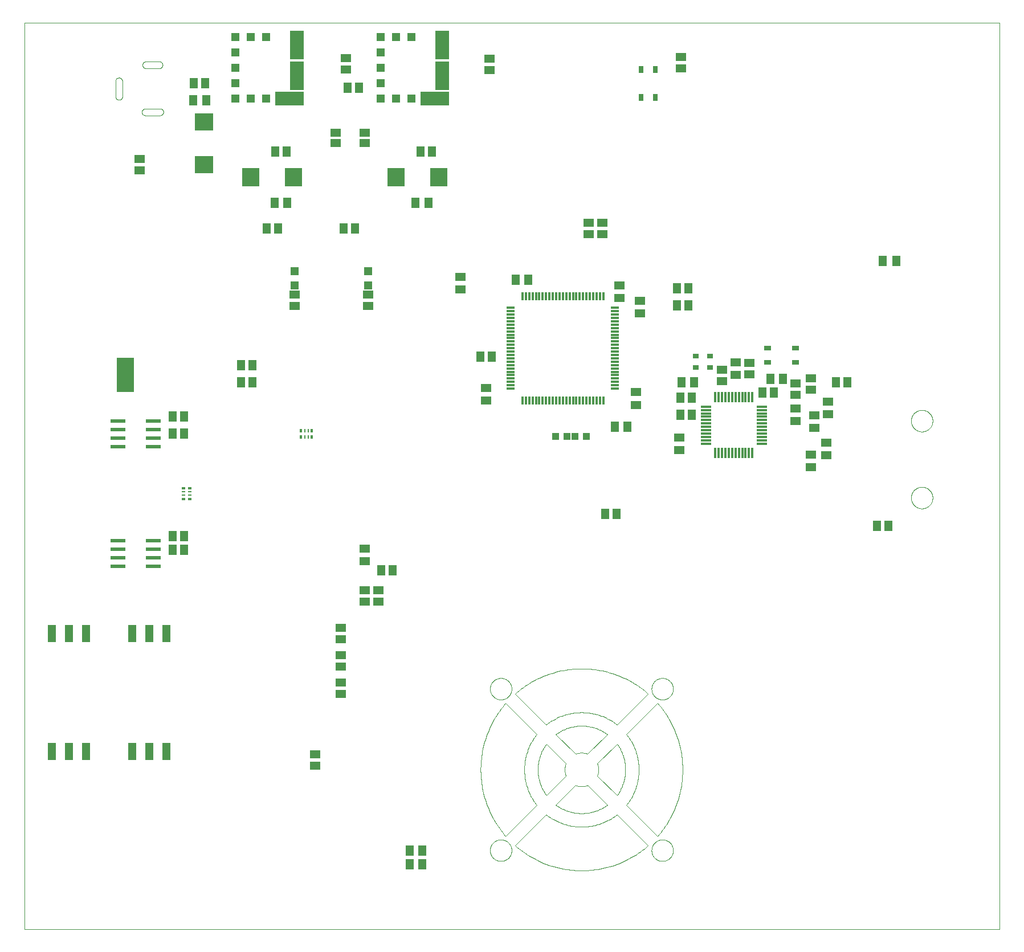
<source format=gtp>
G04 EAGLE Gerber X2 export*
%TF.Part,Single*%
%TF.FileFunction,Other,Solder paste top*%
%TF.FilePolarity,Positive*%
%TF.GenerationSoftware,Autodesk,EAGLE,9.4.0*%
%TF.CreationDate,2019-06-23T03:26:36Z*%
G75*
%MOMM*%
%FSLAX34Y34*%
%LPD*%
%INSolder paste top*%
%AMOC8*
5,1,8,0,0,1.08239X$1,22.5*%
G01*
%ADD10C,0.000000*%
%ADD11C,0.001000*%
%ADD12R,2.550000X2.700000*%
%ADD13R,1.300000X1.500000*%
%ADD14R,1.270000X1.270000*%
%ADD15R,2.030000X4.320000*%
%ADD16R,4.320000X2.030000*%
%ADD17R,2.700000X2.550000*%
%ADD18R,1.500000X1.300000*%
%ADD19R,1.100000X1.000000*%
%ADD20R,0.500000X0.380000*%
%ADD21R,0.500000X0.250000*%
%ADD22R,2.540000X5.080000*%
%ADD23R,0.300000X1.200000*%
%ADD24R,1.200000X0.300000*%
%ADD25R,0.300000X1.500000*%
%ADD26R,1.500000X0.300000*%
%ADD27R,0.380000X0.500000*%
%ADD28R,0.250000X0.500000*%
%ADD29R,0.650000X1.050000*%
%ADD30R,1.050000X0.650000*%
%ADD31R,2.200000X0.600000*%
%ADD32R,0.900000X0.650000*%
%ADD33R,1.200000X1.500000*%
%ADD34R,1.200000X1.200000*%
%ADD35R,1.270000X2.540000*%
%ADD36R,1.600200X1.168400*%


D10*
X0Y0D02*
X1449200Y0D01*
X1449200Y1347600D01*
X0Y1347600D01*
X0Y0D01*
D11*
X714999Y138591D02*
X761142Y184734D01*
X761143Y184735D02*
X759885Y186370D01*
X758668Y188036D01*
X757492Y189731D01*
X756357Y191454D01*
X755264Y193203D01*
X754214Y194979D01*
X753207Y196780D01*
X752245Y198605D01*
X751326Y200452D01*
X750454Y202322D01*
X749626Y204211D01*
X748845Y206121D01*
X748110Y208049D01*
X747423Y209994D01*
X746782Y211955D01*
X746190Y213931D01*
X745646Y215921D01*
X745150Y217924D01*
X744703Y219938D01*
X744305Y221962D01*
X743956Y223995D01*
X743656Y226037D01*
X743407Y228084D01*
X743207Y230138D01*
X743056Y232195D01*
X742956Y234256D01*
X742906Y236318D01*
X742906Y238382D01*
X742956Y240444D01*
X743056Y242505D01*
X743207Y244562D01*
X743407Y246616D01*
X743656Y248663D01*
X743956Y250705D01*
X744305Y252738D01*
X744703Y254762D01*
X745150Y256776D01*
X745646Y258779D01*
X746190Y260769D01*
X746782Y262745D01*
X747423Y264706D01*
X748110Y266651D01*
X748845Y268579D01*
X749626Y270489D01*
X750454Y272378D01*
X751326Y274248D01*
X752245Y276095D01*
X753207Y277920D01*
X754214Y279721D01*
X755264Y281497D01*
X756357Y283246D01*
X757492Y284969D01*
X758668Y286664D01*
X759885Y288330D01*
X761143Y289965D01*
X761142Y289966D02*
X714999Y336109D01*
X712627Y333329D01*
X710324Y330493D01*
X708090Y327601D01*
X705927Y324655D01*
X703837Y321658D01*
X701820Y318611D01*
X699878Y315516D01*
X698012Y312374D01*
X696223Y309187D01*
X694512Y305958D01*
X692881Y302689D01*
X691329Y299380D01*
X689859Y296035D01*
X688470Y292655D01*
X687164Y289242D01*
X685942Y285798D01*
X684804Y282326D01*
X683751Y278827D01*
X682784Y275303D01*
X681902Y271756D01*
X681107Y268190D01*
X680400Y264605D01*
X679780Y261004D01*
X679247Y257388D01*
X678803Y253761D01*
X678448Y250124D01*
X678181Y246480D01*
X678003Y242830D01*
X677914Y239177D01*
X677914Y235523D01*
X678003Y231870D01*
X678181Y228220D01*
X678448Y224576D01*
X678803Y220939D01*
X679247Y217312D01*
X679780Y213696D01*
X680400Y210095D01*
X681107Y206510D01*
X681902Y202944D01*
X682784Y199397D01*
X683751Y195873D01*
X684804Y192374D01*
X685942Y188902D01*
X687164Y185458D01*
X688470Y182045D01*
X689859Y178665D01*
X691329Y175320D01*
X692881Y172011D01*
X694512Y168742D01*
X696223Y165513D01*
X698012Y162326D01*
X699878Y159184D01*
X701820Y156089D01*
X703837Y153042D01*
X705927Y150045D01*
X708090Y147099D01*
X710324Y144207D01*
X712627Y141371D01*
X714999Y138591D01*
X880516Y304108D02*
X926659Y350251D01*
X880515Y304107D02*
X878880Y305365D01*
X877214Y306582D01*
X875519Y307758D01*
X873796Y308893D01*
X872047Y309986D01*
X870271Y311036D01*
X868470Y312043D01*
X866645Y313005D01*
X864798Y313924D01*
X862928Y314796D01*
X861039Y315624D01*
X859129Y316405D01*
X857201Y317140D01*
X855256Y317827D01*
X853295Y318468D01*
X851319Y319060D01*
X849329Y319604D01*
X847326Y320100D01*
X845312Y320547D01*
X843288Y320945D01*
X841255Y321294D01*
X839213Y321594D01*
X837166Y321843D01*
X835112Y322043D01*
X833055Y322194D01*
X830994Y322294D01*
X828932Y322344D01*
X826868Y322344D01*
X824806Y322294D01*
X822745Y322194D01*
X820688Y322043D01*
X818634Y321843D01*
X816587Y321594D01*
X814545Y321294D01*
X812512Y320945D01*
X810488Y320547D01*
X808474Y320100D01*
X806471Y319604D01*
X804481Y319060D01*
X802505Y318468D01*
X800544Y317827D01*
X798599Y317140D01*
X796671Y316405D01*
X794761Y315624D01*
X792872Y314796D01*
X791002Y313924D01*
X789155Y313005D01*
X787330Y312043D01*
X785529Y311036D01*
X783753Y309986D01*
X782004Y308893D01*
X780281Y307758D01*
X778586Y306582D01*
X776920Y305365D01*
X775285Y304107D01*
X775284Y304108D02*
X729141Y350251D01*
X731921Y352623D01*
X734757Y354926D01*
X737649Y357160D01*
X740595Y359323D01*
X743592Y361413D01*
X746639Y363430D01*
X749734Y365372D01*
X752876Y367238D01*
X756063Y369027D01*
X759292Y370738D01*
X762561Y372369D01*
X765870Y373921D01*
X769215Y375391D01*
X772595Y376780D01*
X776008Y378086D01*
X779452Y379308D01*
X782924Y380446D01*
X786423Y381499D01*
X789947Y382466D01*
X793494Y383348D01*
X797060Y384143D01*
X800645Y384850D01*
X804246Y385470D01*
X807862Y386003D01*
X811489Y386447D01*
X815126Y386802D01*
X818770Y387069D01*
X822420Y387247D01*
X826073Y387336D01*
X829727Y387336D01*
X833380Y387247D01*
X837030Y387069D01*
X840674Y386802D01*
X844311Y386447D01*
X847938Y386003D01*
X851554Y385470D01*
X855155Y384850D01*
X858740Y384143D01*
X862306Y383348D01*
X865853Y382466D01*
X869377Y381499D01*
X872876Y380446D01*
X876348Y379308D01*
X879792Y378086D01*
X883205Y376780D01*
X886585Y375391D01*
X889930Y373921D01*
X893239Y372369D01*
X896508Y370738D01*
X899737Y369027D01*
X902924Y367238D01*
X906066Y365372D01*
X909161Y363430D01*
X912208Y361413D01*
X915205Y359323D01*
X918151Y357160D01*
X921043Y354926D01*
X923879Y352623D01*
X926659Y350251D01*
X880516Y170592D02*
X926659Y124449D01*
X880515Y170593D02*
X878880Y169335D01*
X877214Y168118D01*
X875519Y166942D01*
X873796Y165807D01*
X872047Y164714D01*
X870271Y163664D01*
X868470Y162657D01*
X866645Y161695D01*
X864798Y160776D01*
X862928Y159904D01*
X861039Y159076D01*
X859129Y158295D01*
X857201Y157560D01*
X855256Y156873D01*
X853295Y156232D01*
X851319Y155640D01*
X849329Y155096D01*
X847326Y154600D01*
X845312Y154153D01*
X843288Y153755D01*
X841255Y153406D01*
X839213Y153106D01*
X837166Y152857D01*
X835112Y152657D01*
X833055Y152506D01*
X830994Y152406D01*
X828932Y152356D01*
X826868Y152356D01*
X824806Y152406D01*
X822745Y152506D01*
X820688Y152657D01*
X818634Y152857D01*
X816587Y153106D01*
X814545Y153406D01*
X812512Y153755D01*
X810488Y154153D01*
X808474Y154600D01*
X806471Y155096D01*
X804481Y155640D01*
X802505Y156232D01*
X800544Y156873D01*
X798599Y157560D01*
X796671Y158295D01*
X794761Y159076D01*
X792872Y159904D01*
X791002Y160776D01*
X789155Y161695D01*
X787330Y162657D01*
X785529Y163664D01*
X783753Y164714D01*
X782004Y165807D01*
X780281Y166942D01*
X778586Y168118D01*
X776920Y169335D01*
X775285Y170593D01*
X775284Y170592D02*
X729141Y124449D01*
X731921Y122077D01*
X734757Y119774D01*
X737649Y117540D01*
X740595Y115377D01*
X743592Y113287D01*
X746639Y111270D01*
X749734Y109328D01*
X752876Y107462D01*
X756063Y105673D01*
X759292Y103962D01*
X762561Y102331D01*
X765870Y100779D01*
X769215Y99309D01*
X772595Y97920D01*
X776008Y96614D01*
X779452Y95392D01*
X782924Y94254D01*
X786423Y93201D01*
X789947Y92234D01*
X793494Y91352D01*
X797060Y90557D01*
X800645Y89850D01*
X804246Y89230D01*
X807862Y88697D01*
X811489Y88253D01*
X815126Y87898D01*
X818770Y87631D01*
X822420Y87453D01*
X826073Y87364D01*
X829727Y87364D01*
X833380Y87453D01*
X837030Y87631D01*
X840674Y87898D01*
X844311Y88253D01*
X847938Y88697D01*
X851554Y89230D01*
X855155Y89850D01*
X858740Y90557D01*
X862306Y91352D01*
X865853Y92234D01*
X869377Y93201D01*
X872876Y94254D01*
X876348Y95392D01*
X879792Y96614D01*
X883205Y97920D01*
X886585Y99309D01*
X889930Y100779D01*
X893239Y102331D01*
X896508Y103962D01*
X899737Y105673D01*
X902924Y107462D01*
X906066Y109328D01*
X909161Y111270D01*
X912208Y113287D01*
X915205Y115377D01*
X918151Y117540D01*
X921043Y119774D01*
X923879Y122077D01*
X926659Y124449D01*
X894657Y184735D02*
X895915Y186370D01*
X897132Y188036D01*
X898308Y189731D01*
X899443Y191454D01*
X900536Y193203D01*
X901586Y194979D01*
X902593Y196780D01*
X903555Y198605D01*
X904474Y200452D01*
X905346Y202322D01*
X906174Y204211D01*
X906955Y206121D01*
X907690Y208049D01*
X908377Y209994D01*
X909018Y211955D01*
X909610Y213931D01*
X910154Y215921D01*
X910650Y217924D01*
X911097Y219938D01*
X911495Y221962D01*
X911844Y223995D01*
X912144Y226037D01*
X912393Y228084D01*
X912593Y230138D01*
X912744Y232195D01*
X912844Y234256D01*
X912894Y236318D01*
X912894Y238382D01*
X912844Y240444D01*
X912744Y242505D01*
X912593Y244562D01*
X912393Y246616D01*
X912144Y248663D01*
X911844Y250705D01*
X911495Y252738D01*
X911097Y254762D01*
X910650Y256776D01*
X910154Y258779D01*
X909610Y260769D01*
X909018Y262745D01*
X908377Y264706D01*
X907690Y266651D01*
X906955Y268579D01*
X906174Y270489D01*
X905346Y272378D01*
X904474Y274248D01*
X903555Y276095D01*
X902593Y277920D01*
X901586Y279721D01*
X900536Y281497D01*
X899443Y283246D01*
X898308Y284969D01*
X897132Y286664D01*
X895915Y288330D01*
X894657Y289965D01*
X894658Y184734D02*
X940801Y138591D01*
X943173Y141371D01*
X945476Y144207D01*
X947710Y147099D01*
X949873Y150045D01*
X951963Y153042D01*
X953980Y156089D01*
X955922Y159184D01*
X957788Y162326D01*
X959577Y165513D01*
X961288Y168742D01*
X962919Y172011D01*
X964471Y175320D01*
X965941Y178665D01*
X967330Y182045D01*
X968636Y185458D01*
X969858Y188902D01*
X970996Y192374D01*
X972049Y195873D01*
X973016Y199397D01*
X973898Y202944D01*
X974693Y206510D01*
X975400Y210095D01*
X976020Y213696D01*
X976553Y217312D01*
X976997Y220939D01*
X977352Y224576D01*
X977619Y228220D01*
X977797Y231870D01*
X977886Y235523D01*
X977886Y239177D01*
X977797Y242830D01*
X977619Y246480D01*
X977352Y250124D01*
X976997Y253761D01*
X976553Y257388D01*
X976020Y261004D01*
X975400Y264605D01*
X974693Y268190D01*
X973898Y271756D01*
X973016Y275303D01*
X972049Y278827D01*
X970996Y282326D01*
X969858Y285798D01*
X968636Y289242D01*
X967330Y292655D01*
X965941Y296035D01*
X964471Y299380D01*
X962919Y302689D01*
X961288Y305958D01*
X959577Y309187D01*
X957788Y312374D01*
X955922Y315516D01*
X953980Y318611D01*
X951963Y321658D01*
X949873Y324655D01*
X947710Y327601D01*
X945476Y330493D01*
X943173Y333329D01*
X940801Y336109D01*
X894658Y289966D01*
X880386Y275694D02*
X881301Y274409D01*
X882184Y273102D01*
X883036Y271774D01*
X883855Y270426D01*
X884641Y269059D01*
X885394Y267673D01*
X886113Y266269D01*
X886797Y264848D01*
X887447Y263411D01*
X888062Y261958D01*
X888641Y260491D01*
X889185Y259010D01*
X889692Y257517D01*
X890163Y256012D01*
X890598Y254495D01*
X890996Y252969D01*
X891356Y251433D01*
X891679Y249890D01*
X891964Y248338D01*
X892212Y246781D01*
X892422Y245217D01*
X892594Y243649D01*
X892728Y242078D01*
X892823Y240503D01*
X892881Y238927D01*
X892900Y237350D01*
X892881Y235773D01*
X892823Y234197D01*
X892728Y232622D01*
X892594Y231051D01*
X892422Y229483D01*
X892212Y227919D01*
X891964Y226362D01*
X891679Y224810D01*
X891356Y223267D01*
X890996Y221731D01*
X890598Y220205D01*
X890163Y218688D01*
X889692Y217183D01*
X889185Y215690D01*
X888641Y214209D01*
X888062Y212742D01*
X887447Y211289D01*
X886797Y209852D01*
X886113Y208431D01*
X885394Y207027D01*
X884641Y205641D01*
X883855Y204274D01*
X883036Y202926D01*
X882184Y201598D01*
X881301Y200291D01*
X880386Y199006D01*
X851173Y228219D01*
X851387Y228783D01*
X851586Y229352D01*
X851772Y229926D01*
X851944Y230504D01*
X852102Y231086D01*
X852247Y231671D01*
X852376Y232260D01*
X852492Y232852D01*
X852593Y233446D01*
X852680Y234043D01*
X852753Y234642D01*
X852811Y235242D01*
X852855Y235843D01*
X852884Y236446D01*
X852898Y237048D01*
X852898Y237652D01*
X852884Y238254D01*
X852855Y238857D01*
X852811Y239458D01*
X852753Y240058D01*
X852680Y240657D01*
X852593Y241254D01*
X852492Y241848D01*
X852376Y242440D01*
X852247Y243029D01*
X852102Y243614D01*
X851944Y244196D01*
X851772Y244774D01*
X851586Y245348D01*
X851387Y245917D01*
X851173Y246481D01*
X880386Y275694D01*
X866244Y289836D02*
X864959Y290751D01*
X863652Y291634D01*
X862324Y292486D01*
X860976Y293305D01*
X859609Y294091D01*
X858223Y294844D01*
X856819Y295563D01*
X855398Y296247D01*
X853961Y296897D01*
X852508Y297512D01*
X851041Y298091D01*
X849560Y298635D01*
X848067Y299142D01*
X846562Y299613D01*
X845045Y300048D01*
X843519Y300446D01*
X841983Y300806D01*
X840440Y301129D01*
X838888Y301414D01*
X837331Y301662D01*
X835767Y301872D01*
X834199Y302044D01*
X832628Y302178D01*
X831053Y302273D01*
X829477Y302331D01*
X827900Y302350D01*
X826323Y302331D01*
X824747Y302273D01*
X823172Y302178D01*
X821601Y302044D01*
X820033Y301872D01*
X818469Y301662D01*
X816912Y301414D01*
X815360Y301129D01*
X813817Y300806D01*
X812281Y300446D01*
X810755Y300048D01*
X809238Y299613D01*
X807733Y299142D01*
X806240Y298635D01*
X804759Y298091D01*
X803292Y297512D01*
X801839Y296897D01*
X800402Y296247D01*
X798981Y295563D01*
X797577Y294844D01*
X796191Y294091D01*
X794824Y293305D01*
X793476Y292486D01*
X792148Y291634D01*
X790841Y290751D01*
X789556Y289836D01*
X818769Y260623D01*
X819333Y260837D01*
X819902Y261036D01*
X820476Y261222D01*
X821054Y261394D01*
X821636Y261552D01*
X822221Y261697D01*
X822810Y261826D01*
X823402Y261942D01*
X823996Y262043D01*
X824593Y262130D01*
X825192Y262203D01*
X825792Y262261D01*
X826393Y262305D01*
X826996Y262334D01*
X827598Y262348D01*
X828202Y262348D01*
X828804Y262334D01*
X829407Y262305D01*
X830008Y262261D01*
X830608Y262203D01*
X831207Y262130D01*
X831804Y262043D01*
X832398Y261942D01*
X832990Y261826D01*
X833579Y261697D01*
X834164Y261552D01*
X834746Y261394D01*
X835324Y261222D01*
X835898Y261036D01*
X836467Y260837D01*
X837031Y260623D01*
X866244Y289836D01*
X837031Y214077D02*
X836467Y213863D01*
X835898Y213664D01*
X835324Y213478D01*
X834746Y213306D01*
X834164Y213148D01*
X833579Y213003D01*
X832990Y212874D01*
X832398Y212758D01*
X831804Y212657D01*
X831207Y212570D01*
X830608Y212497D01*
X830008Y212439D01*
X829407Y212395D01*
X828804Y212366D01*
X828202Y212352D01*
X827598Y212352D01*
X826996Y212366D01*
X826393Y212395D01*
X825792Y212439D01*
X825192Y212497D01*
X824593Y212570D01*
X823996Y212657D01*
X823402Y212758D01*
X822810Y212874D01*
X822221Y213003D01*
X821636Y213148D01*
X821054Y213306D01*
X820476Y213478D01*
X819902Y213664D01*
X819333Y213863D01*
X818769Y214077D01*
X837031Y214077D02*
X866244Y184864D01*
X864959Y183949D01*
X863652Y183066D01*
X862324Y182214D01*
X860976Y181395D01*
X859609Y180609D01*
X858223Y179856D01*
X856819Y179137D01*
X855398Y178453D01*
X853961Y177803D01*
X852508Y177188D01*
X851041Y176609D01*
X849560Y176065D01*
X848067Y175558D01*
X846562Y175087D01*
X845045Y174652D01*
X843519Y174254D01*
X841983Y173894D01*
X840440Y173571D01*
X838888Y173286D01*
X837331Y173038D01*
X835767Y172828D01*
X834199Y172656D01*
X832628Y172522D01*
X831053Y172427D01*
X829477Y172369D01*
X827900Y172350D01*
X826323Y172369D01*
X824747Y172427D01*
X823172Y172522D01*
X821601Y172656D01*
X820033Y172828D01*
X818469Y173038D01*
X816912Y173286D01*
X815360Y173571D01*
X813817Y173894D01*
X812281Y174254D01*
X810755Y174652D01*
X809238Y175087D01*
X807733Y175558D01*
X806240Y176065D01*
X804759Y176609D01*
X803292Y177188D01*
X801839Y177803D01*
X800402Y178453D01*
X798981Y179137D01*
X797577Y179856D01*
X796191Y180609D01*
X794824Y181395D01*
X793476Y182214D01*
X792148Y183066D01*
X790841Y183949D01*
X789556Y184864D01*
X818769Y214077D01*
X804627Y228219D02*
X804413Y228783D01*
X804214Y229352D01*
X804028Y229926D01*
X803856Y230504D01*
X803698Y231086D01*
X803553Y231671D01*
X803424Y232260D01*
X803308Y232852D01*
X803207Y233446D01*
X803120Y234043D01*
X803047Y234642D01*
X802989Y235242D01*
X802945Y235843D01*
X802916Y236446D01*
X802902Y237048D01*
X802902Y237652D01*
X802916Y238254D01*
X802945Y238857D01*
X802989Y239458D01*
X803047Y240058D01*
X803120Y240657D01*
X803207Y241254D01*
X803308Y241848D01*
X803424Y242440D01*
X803553Y243029D01*
X803698Y243614D01*
X803856Y244196D01*
X804028Y244774D01*
X804214Y245348D01*
X804413Y245917D01*
X804627Y246481D01*
X775414Y275694D01*
X774499Y274409D01*
X773616Y273102D01*
X772764Y271774D01*
X771945Y270426D01*
X771159Y269059D01*
X770406Y267673D01*
X769687Y266269D01*
X769003Y264848D01*
X768353Y263411D01*
X767738Y261958D01*
X767159Y260491D01*
X766615Y259010D01*
X766108Y257517D01*
X765637Y256012D01*
X765202Y254495D01*
X764804Y252969D01*
X764444Y251433D01*
X764121Y249890D01*
X763836Y248338D01*
X763588Y246781D01*
X763378Y245217D01*
X763206Y243649D01*
X763072Y242078D01*
X762977Y240503D01*
X762919Y238927D01*
X762900Y237350D01*
X762919Y235773D01*
X762977Y234197D01*
X763072Y232622D01*
X763206Y231051D01*
X763378Y229483D01*
X763588Y227919D01*
X763836Y226362D01*
X764121Y224810D01*
X764444Y223267D01*
X764804Y221731D01*
X765202Y220205D01*
X765637Y218688D01*
X766108Y217183D01*
X766615Y215690D01*
X767159Y214209D01*
X767738Y212742D01*
X768353Y211289D01*
X769003Y209852D01*
X769687Y208431D01*
X770406Y207027D01*
X771159Y205641D01*
X771945Y204274D01*
X772764Y202926D01*
X773616Y201598D01*
X774499Y200291D01*
X775414Y199006D01*
X804627Y228219D01*
X691900Y117350D02*
X691905Y117743D01*
X691919Y118135D01*
X691943Y118527D01*
X691977Y118918D01*
X692020Y119309D01*
X692073Y119698D01*
X692136Y120085D01*
X692207Y120471D01*
X692289Y120856D01*
X692379Y121238D01*
X692480Y121617D01*
X692589Y121995D01*
X692708Y122369D01*
X692835Y122740D01*
X692972Y123108D01*
X693118Y123473D01*
X693273Y123834D01*
X693436Y124191D01*
X693608Y124544D01*
X693789Y124892D01*
X693979Y125236D01*
X694176Y125576D01*
X694382Y125910D01*
X694596Y126239D01*
X694819Y126563D01*
X695049Y126881D01*
X695286Y127194D01*
X695532Y127500D01*
X695785Y127801D01*
X696045Y128095D01*
X696312Y128383D01*
X696586Y128664D01*
X696867Y128938D01*
X697155Y129205D01*
X697449Y129465D01*
X697750Y129718D01*
X698056Y129964D01*
X698369Y130201D01*
X698687Y130431D01*
X699011Y130654D01*
X699340Y130868D01*
X699674Y131074D01*
X700014Y131271D01*
X700358Y131461D01*
X700706Y131642D01*
X701059Y131814D01*
X701416Y131977D01*
X701777Y132132D01*
X702142Y132278D01*
X702510Y132415D01*
X702881Y132542D01*
X703255Y132661D01*
X703633Y132770D01*
X704012Y132871D01*
X704394Y132961D01*
X704779Y133043D01*
X705165Y133114D01*
X705552Y133177D01*
X705941Y133230D01*
X706332Y133273D01*
X706723Y133307D01*
X707115Y133331D01*
X707507Y133345D01*
X707900Y133350D01*
X708293Y133345D01*
X708685Y133331D01*
X709077Y133307D01*
X709468Y133273D01*
X709859Y133230D01*
X710248Y133177D01*
X710635Y133114D01*
X711021Y133043D01*
X711406Y132961D01*
X711788Y132871D01*
X712167Y132770D01*
X712545Y132661D01*
X712919Y132542D01*
X713290Y132415D01*
X713658Y132278D01*
X714023Y132132D01*
X714384Y131977D01*
X714741Y131814D01*
X715094Y131642D01*
X715442Y131461D01*
X715786Y131271D01*
X716126Y131074D01*
X716460Y130868D01*
X716789Y130654D01*
X717113Y130431D01*
X717431Y130201D01*
X717744Y129964D01*
X718050Y129718D01*
X718351Y129465D01*
X718645Y129205D01*
X718933Y128938D01*
X719214Y128664D01*
X719488Y128383D01*
X719755Y128095D01*
X720015Y127801D01*
X720268Y127500D01*
X720514Y127194D01*
X720751Y126881D01*
X720981Y126563D01*
X721204Y126239D01*
X721418Y125910D01*
X721624Y125576D01*
X721821Y125236D01*
X722011Y124892D01*
X722192Y124544D01*
X722364Y124191D01*
X722527Y123834D01*
X722682Y123473D01*
X722828Y123108D01*
X722965Y122740D01*
X723092Y122369D01*
X723211Y121995D01*
X723320Y121617D01*
X723421Y121238D01*
X723511Y120856D01*
X723593Y120471D01*
X723664Y120085D01*
X723727Y119698D01*
X723780Y119309D01*
X723823Y118918D01*
X723857Y118527D01*
X723881Y118135D01*
X723895Y117743D01*
X723900Y117350D01*
X723895Y116957D01*
X723881Y116565D01*
X723857Y116173D01*
X723823Y115782D01*
X723780Y115391D01*
X723727Y115002D01*
X723664Y114615D01*
X723593Y114229D01*
X723511Y113844D01*
X723421Y113462D01*
X723320Y113083D01*
X723211Y112705D01*
X723092Y112331D01*
X722965Y111960D01*
X722828Y111592D01*
X722682Y111227D01*
X722527Y110866D01*
X722364Y110509D01*
X722192Y110156D01*
X722011Y109808D01*
X721821Y109464D01*
X721624Y109124D01*
X721418Y108790D01*
X721204Y108461D01*
X720981Y108137D01*
X720751Y107819D01*
X720514Y107506D01*
X720268Y107200D01*
X720015Y106899D01*
X719755Y106605D01*
X719488Y106317D01*
X719214Y106036D01*
X718933Y105762D01*
X718645Y105495D01*
X718351Y105235D01*
X718050Y104982D01*
X717744Y104736D01*
X717431Y104499D01*
X717113Y104269D01*
X716789Y104046D01*
X716460Y103832D01*
X716126Y103626D01*
X715786Y103429D01*
X715442Y103239D01*
X715094Y103058D01*
X714741Y102886D01*
X714384Y102723D01*
X714023Y102568D01*
X713658Y102422D01*
X713290Y102285D01*
X712919Y102158D01*
X712545Y102039D01*
X712167Y101930D01*
X711788Y101829D01*
X711406Y101739D01*
X711021Y101657D01*
X710635Y101586D01*
X710248Y101523D01*
X709859Y101470D01*
X709468Y101427D01*
X709077Y101393D01*
X708685Y101369D01*
X708293Y101355D01*
X707900Y101350D01*
X707507Y101355D01*
X707115Y101369D01*
X706723Y101393D01*
X706332Y101427D01*
X705941Y101470D01*
X705552Y101523D01*
X705165Y101586D01*
X704779Y101657D01*
X704394Y101739D01*
X704012Y101829D01*
X703633Y101930D01*
X703255Y102039D01*
X702881Y102158D01*
X702510Y102285D01*
X702142Y102422D01*
X701777Y102568D01*
X701416Y102723D01*
X701059Y102886D01*
X700706Y103058D01*
X700358Y103239D01*
X700014Y103429D01*
X699674Y103626D01*
X699340Y103832D01*
X699011Y104046D01*
X698687Y104269D01*
X698369Y104499D01*
X698056Y104736D01*
X697750Y104982D01*
X697449Y105235D01*
X697155Y105495D01*
X696867Y105762D01*
X696586Y106036D01*
X696312Y106317D01*
X696045Y106605D01*
X695785Y106899D01*
X695532Y107200D01*
X695286Y107506D01*
X695049Y107819D01*
X694819Y108137D01*
X694596Y108461D01*
X694382Y108790D01*
X694176Y109124D01*
X693979Y109464D01*
X693789Y109808D01*
X693608Y110156D01*
X693436Y110509D01*
X693273Y110866D01*
X693118Y111227D01*
X692972Y111592D01*
X692835Y111960D01*
X692708Y112331D01*
X692589Y112705D01*
X692480Y113083D01*
X692379Y113462D01*
X692289Y113844D01*
X692207Y114229D01*
X692136Y114615D01*
X692073Y115002D01*
X692020Y115391D01*
X691977Y115782D01*
X691943Y116173D01*
X691919Y116565D01*
X691905Y116957D01*
X691900Y117350D01*
X691900Y357350D02*
X691905Y357743D01*
X691919Y358135D01*
X691943Y358527D01*
X691977Y358918D01*
X692020Y359309D01*
X692073Y359698D01*
X692136Y360085D01*
X692207Y360471D01*
X692289Y360856D01*
X692379Y361238D01*
X692480Y361617D01*
X692589Y361995D01*
X692708Y362369D01*
X692835Y362740D01*
X692972Y363108D01*
X693118Y363473D01*
X693273Y363834D01*
X693436Y364191D01*
X693608Y364544D01*
X693789Y364892D01*
X693979Y365236D01*
X694176Y365576D01*
X694382Y365910D01*
X694596Y366239D01*
X694819Y366563D01*
X695049Y366881D01*
X695286Y367194D01*
X695532Y367500D01*
X695785Y367801D01*
X696045Y368095D01*
X696312Y368383D01*
X696586Y368664D01*
X696867Y368938D01*
X697155Y369205D01*
X697449Y369465D01*
X697750Y369718D01*
X698056Y369964D01*
X698369Y370201D01*
X698687Y370431D01*
X699011Y370654D01*
X699340Y370868D01*
X699674Y371074D01*
X700014Y371271D01*
X700358Y371461D01*
X700706Y371642D01*
X701059Y371814D01*
X701416Y371977D01*
X701777Y372132D01*
X702142Y372278D01*
X702510Y372415D01*
X702881Y372542D01*
X703255Y372661D01*
X703633Y372770D01*
X704012Y372871D01*
X704394Y372961D01*
X704779Y373043D01*
X705165Y373114D01*
X705552Y373177D01*
X705941Y373230D01*
X706332Y373273D01*
X706723Y373307D01*
X707115Y373331D01*
X707507Y373345D01*
X707900Y373350D01*
X708293Y373345D01*
X708685Y373331D01*
X709077Y373307D01*
X709468Y373273D01*
X709859Y373230D01*
X710248Y373177D01*
X710635Y373114D01*
X711021Y373043D01*
X711406Y372961D01*
X711788Y372871D01*
X712167Y372770D01*
X712545Y372661D01*
X712919Y372542D01*
X713290Y372415D01*
X713658Y372278D01*
X714023Y372132D01*
X714384Y371977D01*
X714741Y371814D01*
X715094Y371642D01*
X715442Y371461D01*
X715786Y371271D01*
X716126Y371074D01*
X716460Y370868D01*
X716789Y370654D01*
X717113Y370431D01*
X717431Y370201D01*
X717744Y369964D01*
X718050Y369718D01*
X718351Y369465D01*
X718645Y369205D01*
X718933Y368938D01*
X719214Y368664D01*
X719488Y368383D01*
X719755Y368095D01*
X720015Y367801D01*
X720268Y367500D01*
X720514Y367194D01*
X720751Y366881D01*
X720981Y366563D01*
X721204Y366239D01*
X721418Y365910D01*
X721624Y365576D01*
X721821Y365236D01*
X722011Y364892D01*
X722192Y364544D01*
X722364Y364191D01*
X722527Y363834D01*
X722682Y363473D01*
X722828Y363108D01*
X722965Y362740D01*
X723092Y362369D01*
X723211Y361995D01*
X723320Y361617D01*
X723421Y361238D01*
X723511Y360856D01*
X723593Y360471D01*
X723664Y360085D01*
X723727Y359698D01*
X723780Y359309D01*
X723823Y358918D01*
X723857Y358527D01*
X723881Y358135D01*
X723895Y357743D01*
X723900Y357350D01*
X723895Y356957D01*
X723881Y356565D01*
X723857Y356173D01*
X723823Y355782D01*
X723780Y355391D01*
X723727Y355002D01*
X723664Y354615D01*
X723593Y354229D01*
X723511Y353844D01*
X723421Y353462D01*
X723320Y353083D01*
X723211Y352705D01*
X723092Y352331D01*
X722965Y351960D01*
X722828Y351592D01*
X722682Y351227D01*
X722527Y350866D01*
X722364Y350509D01*
X722192Y350156D01*
X722011Y349808D01*
X721821Y349464D01*
X721624Y349124D01*
X721418Y348790D01*
X721204Y348461D01*
X720981Y348137D01*
X720751Y347819D01*
X720514Y347506D01*
X720268Y347200D01*
X720015Y346899D01*
X719755Y346605D01*
X719488Y346317D01*
X719214Y346036D01*
X718933Y345762D01*
X718645Y345495D01*
X718351Y345235D01*
X718050Y344982D01*
X717744Y344736D01*
X717431Y344499D01*
X717113Y344269D01*
X716789Y344046D01*
X716460Y343832D01*
X716126Y343626D01*
X715786Y343429D01*
X715442Y343239D01*
X715094Y343058D01*
X714741Y342886D01*
X714384Y342723D01*
X714023Y342568D01*
X713658Y342422D01*
X713290Y342285D01*
X712919Y342158D01*
X712545Y342039D01*
X712167Y341930D01*
X711788Y341829D01*
X711406Y341739D01*
X711021Y341657D01*
X710635Y341586D01*
X710248Y341523D01*
X709859Y341470D01*
X709468Y341427D01*
X709077Y341393D01*
X708685Y341369D01*
X708293Y341355D01*
X707900Y341350D01*
X707507Y341355D01*
X707115Y341369D01*
X706723Y341393D01*
X706332Y341427D01*
X705941Y341470D01*
X705552Y341523D01*
X705165Y341586D01*
X704779Y341657D01*
X704394Y341739D01*
X704012Y341829D01*
X703633Y341930D01*
X703255Y342039D01*
X702881Y342158D01*
X702510Y342285D01*
X702142Y342422D01*
X701777Y342568D01*
X701416Y342723D01*
X701059Y342886D01*
X700706Y343058D01*
X700358Y343239D01*
X700014Y343429D01*
X699674Y343626D01*
X699340Y343832D01*
X699011Y344046D01*
X698687Y344269D01*
X698369Y344499D01*
X698056Y344736D01*
X697750Y344982D01*
X697449Y345235D01*
X697155Y345495D01*
X696867Y345762D01*
X696586Y346036D01*
X696312Y346317D01*
X696045Y346605D01*
X695785Y346899D01*
X695532Y347200D01*
X695286Y347506D01*
X695049Y347819D01*
X694819Y348137D01*
X694596Y348461D01*
X694382Y348790D01*
X694176Y349124D01*
X693979Y349464D01*
X693789Y349808D01*
X693608Y350156D01*
X693436Y350509D01*
X693273Y350866D01*
X693118Y351227D01*
X692972Y351592D01*
X692835Y351960D01*
X692708Y352331D01*
X692589Y352705D01*
X692480Y353083D01*
X692379Y353462D01*
X692289Y353844D01*
X692207Y354229D01*
X692136Y354615D01*
X692073Y355002D01*
X692020Y355391D01*
X691977Y355782D01*
X691943Y356173D01*
X691919Y356565D01*
X691905Y356957D01*
X691900Y357350D01*
X931900Y357350D02*
X931905Y357743D01*
X931919Y358135D01*
X931943Y358527D01*
X931977Y358918D01*
X932020Y359309D01*
X932073Y359698D01*
X932136Y360085D01*
X932207Y360471D01*
X932289Y360856D01*
X932379Y361238D01*
X932480Y361617D01*
X932589Y361995D01*
X932708Y362369D01*
X932835Y362740D01*
X932972Y363108D01*
X933118Y363473D01*
X933273Y363834D01*
X933436Y364191D01*
X933608Y364544D01*
X933789Y364892D01*
X933979Y365236D01*
X934176Y365576D01*
X934382Y365910D01*
X934596Y366239D01*
X934819Y366563D01*
X935049Y366881D01*
X935286Y367194D01*
X935532Y367500D01*
X935785Y367801D01*
X936045Y368095D01*
X936312Y368383D01*
X936586Y368664D01*
X936867Y368938D01*
X937155Y369205D01*
X937449Y369465D01*
X937750Y369718D01*
X938056Y369964D01*
X938369Y370201D01*
X938687Y370431D01*
X939011Y370654D01*
X939340Y370868D01*
X939674Y371074D01*
X940014Y371271D01*
X940358Y371461D01*
X940706Y371642D01*
X941059Y371814D01*
X941416Y371977D01*
X941777Y372132D01*
X942142Y372278D01*
X942510Y372415D01*
X942881Y372542D01*
X943255Y372661D01*
X943633Y372770D01*
X944012Y372871D01*
X944394Y372961D01*
X944779Y373043D01*
X945165Y373114D01*
X945552Y373177D01*
X945941Y373230D01*
X946332Y373273D01*
X946723Y373307D01*
X947115Y373331D01*
X947507Y373345D01*
X947900Y373350D01*
X948293Y373345D01*
X948685Y373331D01*
X949077Y373307D01*
X949468Y373273D01*
X949859Y373230D01*
X950248Y373177D01*
X950635Y373114D01*
X951021Y373043D01*
X951406Y372961D01*
X951788Y372871D01*
X952167Y372770D01*
X952545Y372661D01*
X952919Y372542D01*
X953290Y372415D01*
X953658Y372278D01*
X954023Y372132D01*
X954384Y371977D01*
X954741Y371814D01*
X955094Y371642D01*
X955442Y371461D01*
X955786Y371271D01*
X956126Y371074D01*
X956460Y370868D01*
X956789Y370654D01*
X957113Y370431D01*
X957431Y370201D01*
X957744Y369964D01*
X958050Y369718D01*
X958351Y369465D01*
X958645Y369205D01*
X958933Y368938D01*
X959214Y368664D01*
X959488Y368383D01*
X959755Y368095D01*
X960015Y367801D01*
X960268Y367500D01*
X960514Y367194D01*
X960751Y366881D01*
X960981Y366563D01*
X961204Y366239D01*
X961418Y365910D01*
X961624Y365576D01*
X961821Y365236D01*
X962011Y364892D01*
X962192Y364544D01*
X962364Y364191D01*
X962527Y363834D01*
X962682Y363473D01*
X962828Y363108D01*
X962965Y362740D01*
X963092Y362369D01*
X963211Y361995D01*
X963320Y361617D01*
X963421Y361238D01*
X963511Y360856D01*
X963593Y360471D01*
X963664Y360085D01*
X963727Y359698D01*
X963780Y359309D01*
X963823Y358918D01*
X963857Y358527D01*
X963881Y358135D01*
X963895Y357743D01*
X963900Y357350D01*
X963895Y356957D01*
X963881Y356565D01*
X963857Y356173D01*
X963823Y355782D01*
X963780Y355391D01*
X963727Y355002D01*
X963664Y354615D01*
X963593Y354229D01*
X963511Y353844D01*
X963421Y353462D01*
X963320Y353083D01*
X963211Y352705D01*
X963092Y352331D01*
X962965Y351960D01*
X962828Y351592D01*
X962682Y351227D01*
X962527Y350866D01*
X962364Y350509D01*
X962192Y350156D01*
X962011Y349808D01*
X961821Y349464D01*
X961624Y349124D01*
X961418Y348790D01*
X961204Y348461D01*
X960981Y348137D01*
X960751Y347819D01*
X960514Y347506D01*
X960268Y347200D01*
X960015Y346899D01*
X959755Y346605D01*
X959488Y346317D01*
X959214Y346036D01*
X958933Y345762D01*
X958645Y345495D01*
X958351Y345235D01*
X958050Y344982D01*
X957744Y344736D01*
X957431Y344499D01*
X957113Y344269D01*
X956789Y344046D01*
X956460Y343832D01*
X956126Y343626D01*
X955786Y343429D01*
X955442Y343239D01*
X955094Y343058D01*
X954741Y342886D01*
X954384Y342723D01*
X954023Y342568D01*
X953658Y342422D01*
X953290Y342285D01*
X952919Y342158D01*
X952545Y342039D01*
X952167Y341930D01*
X951788Y341829D01*
X951406Y341739D01*
X951021Y341657D01*
X950635Y341586D01*
X950248Y341523D01*
X949859Y341470D01*
X949468Y341427D01*
X949077Y341393D01*
X948685Y341369D01*
X948293Y341355D01*
X947900Y341350D01*
X947507Y341355D01*
X947115Y341369D01*
X946723Y341393D01*
X946332Y341427D01*
X945941Y341470D01*
X945552Y341523D01*
X945165Y341586D01*
X944779Y341657D01*
X944394Y341739D01*
X944012Y341829D01*
X943633Y341930D01*
X943255Y342039D01*
X942881Y342158D01*
X942510Y342285D01*
X942142Y342422D01*
X941777Y342568D01*
X941416Y342723D01*
X941059Y342886D01*
X940706Y343058D01*
X940358Y343239D01*
X940014Y343429D01*
X939674Y343626D01*
X939340Y343832D01*
X939011Y344046D01*
X938687Y344269D01*
X938369Y344499D01*
X938056Y344736D01*
X937750Y344982D01*
X937449Y345235D01*
X937155Y345495D01*
X936867Y345762D01*
X936586Y346036D01*
X936312Y346317D01*
X936045Y346605D01*
X935785Y346899D01*
X935532Y347200D01*
X935286Y347506D01*
X935049Y347819D01*
X934819Y348137D01*
X934596Y348461D01*
X934382Y348790D01*
X934176Y349124D01*
X933979Y349464D01*
X933789Y349808D01*
X933608Y350156D01*
X933436Y350509D01*
X933273Y350866D01*
X933118Y351227D01*
X932972Y351592D01*
X932835Y351960D01*
X932708Y352331D01*
X932589Y352705D01*
X932480Y353083D01*
X932379Y353462D01*
X932289Y353844D01*
X932207Y354229D01*
X932136Y354615D01*
X932073Y355002D01*
X932020Y355391D01*
X931977Y355782D01*
X931943Y356173D01*
X931919Y356565D01*
X931905Y356957D01*
X931900Y357350D01*
X931900Y117350D02*
X931905Y117743D01*
X931919Y118135D01*
X931943Y118527D01*
X931977Y118918D01*
X932020Y119309D01*
X932073Y119698D01*
X932136Y120085D01*
X932207Y120471D01*
X932289Y120856D01*
X932379Y121238D01*
X932480Y121617D01*
X932589Y121995D01*
X932708Y122369D01*
X932835Y122740D01*
X932972Y123108D01*
X933118Y123473D01*
X933273Y123834D01*
X933436Y124191D01*
X933608Y124544D01*
X933789Y124892D01*
X933979Y125236D01*
X934176Y125576D01*
X934382Y125910D01*
X934596Y126239D01*
X934819Y126563D01*
X935049Y126881D01*
X935286Y127194D01*
X935532Y127500D01*
X935785Y127801D01*
X936045Y128095D01*
X936312Y128383D01*
X936586Y128664D01*
X936867Y128938D01*
X937155Y129205D01*
X937449Y129465D01*
X937750Y129718D01*
X938056Y129964D01*
X938369Y130201D01*
X938687Y130431D01*
X939011Y130654D01*
X939340Y130868D01*
X939674Y131074D01*
X940014Y131271D01*
X940358Y131461D01*
X940706Y131642D01*
X941059Y131814D01*
X941416Y131977D01*
X941777Y132132D01*
X942142Y132278D01*
X942510Y132415D01*
X942881Y132542D01*
X943255Y132661D01*
X943633Y132770D01*
X944012Y132871D01*
X944394Y132961D01*
X944779Y133043D01*
X945165Y133114D01*
X945552Y133177D01*
X945941Y133230D01*
X946332Y133273D01*
X946723Y133307D01*
X947115Y133331D01*
X947507Y133345D01*
X947900Y133350D01*
X948293Y133345D01*
X948685Y133331D01*
X949077Y133307D01*
X949468Y133273D01*
X949859Y133230D01*
X950248Y133177D01*
X950635Y133114D01*
X951021Y133043D01*
X951406Y132961D01*
X951788Y132871D01*
X952167Y132770D01*
X952545Y132661D01*
X952919Y132542D01*
X953290Y132415D01*
X953658Y132278D01*
X954023Y132132D01*
X954384Y131977D01*
X954741Y131814D01*
X955094Y131642D01*
X955442Y131461D01*
X955786Y131271D01*
X956126Y131074D01*
X956460Y130868D01*
X956789Y130654D01*
X957113Y130431D01*
X957431Y130201D01*
X957744Y129964D01*
X958050Y129718D01*
X958351Y129465D01*
X958645Y129205D01*
X958933Y128938D01*
X959214Y128664D01*
X959488Y128383D01*
X959755Y128095D01*
X960015Y127801D01*
X960268Y127500D01*
X960514Y127194D01*
X960751Y126881D01*
X960981Y126563D01*
X961204Y126239D01*
X961418Y125910D01*
X961624Y125576D01*
X961821Y125236D01*
X962011Y124892D01*
X962192Y124544D01*
X962364Y124191D01*
X962527Y123834D01*
X962682Y123473D01*
X962828Y123108D01*
X962965Y122740D01*
X963092Y122369D01*
X963211Y121995D01*
X963320Y121617D01*
X963421Y121238D01*
X963511Y120856D01*
X963593Y120471D01*
X963664Y120085D01*
X963727Y119698D01*
X963780Y119309D01*
X963823Y118918D01*
X963857Y118527D01*
X963881Y118135D01*
X963895Y117743D01*
X963900Y117350D01*
X963895Y116957D01*
X963881Y116565D01*
X963857Y116173D01*
X963823Y115782D01*
X963780Y115391D01*
X963727Y115002D01*
X963664Y114615D01*
X963593Y114229D01*
X963511Y113844D01*
X963421Y113462D01*
X963320Y113083D01*
X963211Y112705D01*
X963092Y112331D01*
X962965Y111960D01*
X962828Y111592D01*
X962682Y111227D01*
X962527Y110866D01*
X962364Y110509D01*
X962192Y110156D01*
X962011Y109808D01*
X961821Y109464D01*
X961624Y109124D01*
X961418Y108790D01*
X961204Y108461D01*
X960981Y108137D01*
X960751Y107819D01*
X960514Y107506D01*
X960268Y107200D01*
X960015Y106899D01*
X959755Y106605D01*
X959488Y106317D01*
X959214Y106036D01*
X958933Y105762D01*
X958645Y105495D01*
X958351Y105235D01*
X958050Y104982D01*
X957744Y104736D01*
X957431Y104499D01*
X957113Y104269D01*
X956789Y104046D01*
X956460Y103832D01*
X956126Y103626D01*
X955786Y103429D01*
X955442Y103239D01*
X955094Y103058D01*
X954741Y102886D01*
X954384Y102723D01*
X954023Y102568D01*
X953658Y102422D01*
X953290Y102285D01*
X952919Y102158D01*
X952545Y102039D01*
X952167Y101930D01*
X951788Y101829D01*
X951406Y101739D01*
X951021Y101657D01*
X950635Y101586D01*
X950248Y101523D01*
X949859Y101470D01*
X949468Y101427D01*
X949077Y101393D01*
X948685Y101369D01*
X948293Y101355D01*
X947900Y101350D01*
X947507Y101355D01*
X947115Y101369D01*
X946723Y101393D01*
X946332Y101427D01*
X945941Y101470D01*
X945552Y101523D01*
X945165Y101586D01*
X944779Y101657D01*
X944394Y101739D01*
X944012Y101829D01*
X943633Y101930D01*
X943255Y102039D01*
X942881Y102158D01*
X942510Y102285D01*
X942142Y102422D01*
X941777Y102568D01*
X941416Y102723D01*
X941059Y102886D01*
X940706Y103058D01*
X940358Y103239D01*
X940014Y103429D01*
X939674Y103626D01*
X939340Y103832D01*
X939011Y104046D01*
X938687Y104269D01*
X938369Y104499D01*
X938056Y104736D01*
X937750Y104982D01*
X937449Y105235D01*
X937155Y105495D01*
X936867Y105762D01*
X936586Y106036D01*
X936312Y106317D01*
X936045Y106605D01*
X935785Y106899D01*
X935532Y107200D01*
X935286Y107506D01*
X935049Y107819D01*
X934819Y108137D01*
X934596Y108461D01*
X934382Y108790D01*
X934176Y109124D01*
X933979Y109464D01*
X933789Y109808D01*
X933608Y110156D01*
X933436Y110509D01*
X933273Y110866D01*
X933118Y111227D01*
X932972Y111592D01*
X932835Y111960D01*
X932708Y112331D01*
X932589Y112705D01*
X932480Y113083D01*
X932379Y113462D01*
X932289Y113844D01*
X932207Y114229D01*
X932136Y114615D01*
X932073Y115002D01*
X932020Y115391D01*
X931977Y115782D01*
X931943Y116173D01*
X931919Y116565D01*
X931905Y116957D01*
X931900Y117350D01*
D12*
X615950Y1117600D03*
X552450Y1117600D03*
D13*
X600050Y1079500D03*
X581050Y1079500D03*
D14*
X575350Y1325900D03*
D15*
X621050Y1314500D03*
X621050Y1268700D03*
D16*
X609650Y1234400D03*
D14*
X575350Y1234400D03*
X529550Y1234400D03*
X529550Y1280100D03*
X529550Y1303000D03*
X529550Y1325900D03*
X552450Y1325900D03*
X552450Y1234400D03*
X529550Y1257300D03*
D12*
X400050Y1117600D03*
X336550Y1117600D03*
D13*
X390500Y1079500D03*
X371500Y1079500D03*
D14*
X359450Y1325900D03*
D15*
X405150Y1314500D03*
X405150Y1268700D03*
D16*
X393750Y1234400D03*
D14*
X359450Y1234400D03*
X313650Y1234400D03*
X313650Y1280100D03*
X313650Y1303000D03*
X313650Y1325900D03*
X336550Y1325900D03*
X336550Y1234400D03*
X313650Y1257300D03*
D17*
X266700Y1200150D03*
X266700Y1136650D03*
D13*
X269850Y1231900D03*
X250850Y1231900D03*
X529980Y533400D03*
X546980Y533400D03*
D18*
X505460Y486800D03*
X505460Y503800D03*
X525780Y503800D03*
X525780Y486800D03*
X858520Y1032900D03*
X858520Y1049900D03*
X838200Y1032900D03*
X838200Y1049900D03*
D13*
X268850Y1257300D03*
X251850Y1257300D03*
X389500Y1155700D03*
X372500Y1155700D03*
X497450Y1250950D03*
X480450Y1250950D03*
X605400Y1155700D03*
X588400Y1155700D03*
D19*
X806060Y732790D03*
X789060Y732790D03*
X818270Y732790D03*
X835270Y732790D03*
D10*
X1317500Y641350D02*
X1317505Y641743D01*
X1317519Y642135D01*
X1317543Y642527D01*
X1317577Y642918D01*
X1317620Y643309D01*
X1317673Y643698D01*
X1317736Y644085D01*
X1317807Y644471D01*
X1317889Y644856D01*
X1317979Y645238D01*
X1318080Y645617D01*
X1318189Y645995D01*
X1318308Y646369D01*
X1318435Y646740D01*
X1318572Y647108D01*
X1318718Y647473D01*
X1318873Y647834D01*
X1319036Y648191D01*
X1319208Y648544D01*
X1319389Y648892D01*
X1319579Y649236D01*
X1319776Y649576D01*
X1319982Y649910D01*
X1320196Y650239D01*
X1320419Y650563D01*
X1320649Y650881D01*
X1320886Y651194D01*
X1321132Y651500D01*
X1321385Y651801D01*
X1321645Y652095D01*
X1321912Y652383D01*
X1322186Y652664D01*
X1322467Y652938D01*
X1322755Y653205D01*
X1323049Y653465D01*
X1323350Y653718D01*
X1323656Y653964D01*
X1323969Y654201D01*
X1324287Y654431D01*
X1324611Y654654D01*
X1324940Y654868D01*
X1325274Y655074D01*
X1325614Y655271D01*
X1325958Y655461D01*
X1326306Y655642D01*
X1326659Y655814D01*
X1327016Y655977D01*
X1327377Y656132D01*
X1327742Y656278D01*
X1328110Y656415D01*
X1328481Y656542D01*
X1328855Y656661D01*
X1329233Y656770D01*
X1329612Y656871D01*
X1329994Y656961D01*
X1330379Y657043D01*
X1330765Y657114D01*
X1331152Y657177D01*
X1331541Y657230D01*
X1331932Y657273D01*
X1332323Y657307D01*
X1332715Y657331D01*
X1333107Y657345D01*
X1333500Y657350D01*
X1333893Y657345D01*
X1334285Y657331D01*
X1334677Y657307D01*
X1335068Y657273D01*
X1335459Y657230D01*
X1335848Y657177D01*
X1336235Y657114D01*
X1336621Y657043D01*
X1337006Y656961D01*
X1337388Y656871D01*
X1337767Y656770D01*
X1338145Y656661D01*
X1338519Y656542D01*
X1338890Y656415D01*
X1339258Y656278D01*
X1339623Y656132D01*
X1339984Y655977D01*
X1340341Y655814D01*
X1340694Y655642D01*
X1341042Y655461D01*
X1341386Y655271D01*
X1341726Y655074D01*
X1342060Y654868D01*
X1342389Y654654D01*
X1342713Y654431D01*
X1343031Y654201D01*
X1343344Y653964D01*
X1343650Y653718D01*
X1343951Y653465D01*
X1344245Y653205D01*
X1344533Y652938D01*
X1344814Y652664D01*
X1345088Y652383D01*
X1345355Y652095D01*
X1345615Y651801D01*
X1345868Y651500D01*
X1346114Y651194D01*
X1346351Y650881D01*
X1346581Y650563D01*
X1346804Y650239D01*
X1347018Y649910D01*
X1347224Y649576D01*
X1347421Y649236D01*
X1347611Y648892D01*
X1347792Y648544D01*
X1347964Y648191D01*
X1348127Y647834D01*
X1348282Y647473D01*
X1348428Y647108D01*
X1348565Y646740D01*
X1348692Y646369D01*
X1348811Y645995D01*
X1348920Y645617D01*
X1349021Y645238D01*
X1349111Y644856D01*
X1349193Y644471D01*
X1349264Y644085D01*
X1349327Y643698D01*
X1349380Y643309D01*
X1349423Y642918D01*
X1349457Y642527D01*
X1349481Y642135D01*
X1349495Y641743D01*
X1349500Y641350D01*
X1349495Y640957D01*
X1349481Y640565D01*
X1349457Y640173D01*
X1349423Y639782D01*
X1349380Y639391D01*
X1349327Y639002D01*
X1349264Y638615D01*
X1349193Y638229D01*
X1349111Y637844D01*
X1349021Y637462D01*
X1348920Y637083D01*
X1348811Y636705D01*
X1348692Y636331D01*
X1348565Y635960D01*
X1348428Y635592D01*
X1348282Y635227D01*
X1348127Y634866D01*
X1347964Y634509D01*
X1347792Y634156D01*
X1347611Y633808D01*
X1347421Y633464D01*
X1347224Y633124D01*
X1347018Y632790D01*
X1346804Y632461D01*
X1346581Y632137D01*
X1346351Y631819D01*
X1346114Y631506D01*
X1345868Y631200D01*
X1345615Y630899D01*
X1345355Y630605D01*
X1345088Y630317D01*
X1344814Y630036D01*
X1344533Y629762D01*
X1344245Y629495D01*
X1343951Y629235D01*
X1343650Y628982D01*
X1343344Y628736D01*
X1343031Y628499D01*
X1342713Y628269D01*
X1342389Y628046D01*
X1342060Y627832D01*
X1341726Y627626D01*
X1341386Y627429D01*
X1341042Y627239D01*
X1340694Y627058D01*
X1340341Y626886D01*
X1339984Y626723D01*
X1339623Y626568D01*
X1339258Y626422D01*
X1338890Y626285D01*
X1338519Y626158D01*
X1338145Y626039D01*
X1337767Y625930D01*
X1337388Y625829D01*
X1337006Y625739D01*
X1336621Y625657D01*
X1336235Y625586D01*
X1335848Y625523D01*
X1335459Y625470D01*
X1335068Y625427D01*
X1334677Y625393D01*
X1334285Y625369D01*
X1333893Y625355D01*
X1333500Y625350D01*
X1333107Y625355D01*
X1332715Y625369D01*
X1332323Y625393D01*
X1331932Y625427D01*
X1331541Y625470D01*
X1331152Y625523D01*
X1330765Y625586D01*
X1330379Y625657D01*
X1329994Y625739D01*
X1329612Y625829D01*
X1329233Y625930D01*
X1328855Y626039D01*
X1328481Y626158D01*
X1328110Y626285D01*
X1327742Y626422D01*
X1327377Y626568D01*
X1327016Y626723D01*
X1326659Y626886D01*
X1326306Y627058D01*
X1325958Y627239D01*
X1325614Y627429D01*
X1325274Y627626D01*
X1324940Y627832D01*
X1324611Y628046D01*
X1324287Y628269D01*
X1323969Y628499D01*
X1323656Y628736D01*
X1323350Y628982D01*
X1323049Y629235D01*
X1322755Y629495D01*
X1322467Y629762D01*
X1322186Y630036D01*
X1321912Y630317D01*
X1321645Y630605D01*
X1321385Y630899D01*
X1321132Y631200D01*
X1320886Y631506D01*
X1320649Y631819D01*
X1320419Y632137D01*
X1320196Y632461D01*
X1319982Y632790D01*
X1319776Y633124D01*
X1319579Y633464D01*
X1319389Y633808D01*
X1319208Y634156D01*
X1319036Y634509D01*
X1318873Y634866D01*
X1318718Y635227D01*
X1318572Y635592D01*
X1318435Y635960D01*
X1318308Y636331D01*
X1318189Y636705D01*
X1318080Y637083D01*
X1317979Y637462D01*
X1317889Y637844D01*
X1317807Y638229D01*
X1317736Y638615D01*
X1317673Y639002D01*
X1317620Y639391D01*
X1317577Y639782D01*
X1317543Y640173D01*
X1317519Y640565D01*
X1317505Y640957D01*
X1317500Y641350D01*
X1317500Y755650D02*
X1317505Y756043D01*
X1317519Y756435D01*
X1317543Y756827D01*
X1317577Y757218D01*
X1317620Y757609D01*
X1317673Y757998D01*
X1317736Y758385D01*
X1317807Y758771D01*
X1317889Y759156D01*
X1317979Y759538D01*
X1318080Y759917D01*
X1318189Y760295D01*
X1318308Y760669D01*
X1318435Y761040D01*
X1318572Y761408D01*
X1318718Y761773D01*
X1318873Y762134D01*
X1319036Y762491D01*
X1319208Y762844D01*
X1319389Y763192D01*
X1319579Y763536D01*
X1319776Y763876D01*
X1319982Y764210D01*
X1320196Y764539D01*
X1320419Y764863D01*
X1320649Y765181D01*
X1320886Y765494D01*
X1321132Y765800D01*
X1321385Y766101D01*
X1321645Y766395D01*
X1321912Y766683D01*
X1322186Y766964D01*
X1322467Y767238D01*
X1322755Y767505D01*
X1323049Y767765D01*
X1323350Y768018D01*
X1323656Y768264D01*
X1323969Y768501D01*
X1324287Y768731D01*
X1324611Y768954D01*
X1324940Y769168D01*
X1325274Y769374D01*
X1325614Y769571D01*
X1325958Y769761D01*
X1326306Y769942D01*
X1326659Y770114D01*
X1327016Y770277D01*
X1327377Y770432D01*
X1327742Y770578D01*
X1328110Y770715D01*
X1328481Y770842D01*
X1328855Y770961D01*
X1329233Y771070D01*
X1329612Y771171D01*
X1329994Y771261D01*
X1330379Y771343D01*
X1330765Y771414D01*
X1331152Y771477D01*
X1331541Y771530D01*
X1331932Y771573D01*
X1332323Y771607D01*
X1332715Y771631D01*
X1333107Y771645D01*
X1333500Y771650D01*
X1333893Y771645D01*
X1334285Y771631D01*
X1334677Y771607D01*
X1335068Y771573D01*
X1335459Y771530D01*
X1335848Y771477D01*
X1336235Y771414D01*
X1336621Y771343D01*
X1337006Y771261D01*
X1337388Y771171D01*
X1337767Y771070D01*
X1338145Y770961D01*
X1338519Y770842D01*
X1338890Y770715D01*
X1339258Y770578D01*
X1339623Y770432D01*
X1339984Y770277D01*
X1340341Y770114D01*
X1340694Y769942D01*
X1341042Y769761D01*
X1341386Y769571D01*
X1341726Y769374D01*
X1342060Y769168D01*
X1342389Y768954D01*
X1342713Y768731D01*
X1343031Y768501D01*
X1343344Y768264D01*
X1343650Y768018D01*
X1343951Y767765D01*
X1344245Y767505D01*
X1344533Y767238D01*
X1344814Y766964D01*
X1345088Y766683D01*
X1345355Y766395D01*
X1345615Y766101D01*
X1345868Y765800D01*
X1346114Y765494D01*
X1346351Y765181D01*
X1346581Y764863D01*
X1346804Y764539D01*
X1347018Y764210D01*
X1347224Y763876D01*
X1347421Y763536D01*
X1347611Y763192D01*
X1347792Y762844D01*
X1347964Y762491D01*
X1348127Y762134D01*
X1348282Y761773D01*
X1348428Y761408D01*
X1348565Y761040D01*
X1348692Y760669D01*
X1348811Y760295D01*
X1348920Y759917D01*
X1349021Y759538D01*
X1349111Y759156D01*
X1349193Y758771D01*
X1349264Y758385D01*
X1349327Y757998D01*
X1349380Y757609D01*
X1349423Y757218D01*
X1349457Y756827D01*
X1349481Y756435D01*
X1349495Y756043D01*
X1349500Y755650D01*
X1349495Y755257D01*
X1349481Y754865D01*
X1349457Y754473D01*
X1349423Y754082D01*
X1349380Y753691D01*
X1349327Y753302D01*
X1349264Y752915D01*
X1349193Y752529D01*
X1349111Y752144D01*
X1349021Y751762D01*
X1348920Y751383D01*
X1348811Y751005D01*
X1348692Y750631D01*
X1348565Y750260D01*
X1348428Y749892D01*
X1348282Y749527D01*
X1348127Y749166D01*
X1347964Y748809D01*
X1347792Y748456D01*
X1347611Y748108D01*
X1347421Y747764D01*
X1347224Y747424D01*
X1347018Y747090D01*
X1346804Y746761D01*
X1346581Y746437D01*
X1346351Y746119D01*
X1346114Y745806D01*
X1345868Y745500D01*
X1345615Y745199D01*
X1345355Y744905D01*
X1345088Y744617D01*
X1344814Y744336D01*
X1344533Y744062D01*
X1344245Y743795D01*
X1343951Y743535D01*
X1343650Y743282D01*
X1343344Y743036D01*
X1343031Y742799D01*
X1342713Y742569D01*
X1342389Y742346D01*
X1342060Y742132D01*
X1341726Y741926D01*
X1341386Y741729D01*
X1341042Y741539D01*
X1340694Y741358D01*
X1340341Y741186D01*
X1339984Y741023D01*
X1339623Y740868D01*
X1339258Y740722D01*
X1338890Y740585D01*
X1338519Y740458D01*
X1338145Y740339D01*
X1337767Y740230D01*
X1337388Y740129D01*
X1337006Y740039D01*
X1336621Y739957D01*
X1336235Y739886D01*
X1335848Y739823D01*
X1335459Y739770D01*
X1335068Y739727D01*
X1334677Y739693D01*
X1334285Y739669D01*
X1333893Y739655D01*
X1333500Y739650D01*
X1333107Y739655D01*
X1332715Y739669D01*
X1332323Y739693D01*
X1331932Y739727D01*
X1331541Y739770D01*
X1331152Y739823D01*
X1330765Y739886D01*
X1330379Y739957D01*
X1329994Y740039D01*
X1329612Y740129D01*
X1329233Y740230D01*
X1328855Y740339D01*
X1328481Y740458D01*
X1328110Y740585D01*
X1327742Y740722D01*
X1327377Y740868D01*
X1327016Y741023D01*
X1326659Y741186D01*
X1326306Y741358D01*
X1325958Y741539D01*
X1325614Y741729D01*
X1325274Y741926D01*
X1324940Y742132D01*
X1324611Y742346D01*
X1324287Y742569D01*
X1323969Y742799D01*
X1323656Y743036D01*
X1323350Y743282D01*
X1323049Y743535D01*
X1322755Y743795D01*
X1322467Y744062D01*
X1322186Y744336D01*
X1321912Y744617D01*
X1321645Y744905D01*
X1321385Y745199D01*
X1321132Y745500D01*
X1320886Y745806D01*
X1320649Y746119D01*
X1320419Y746437D01*
X1320196Y746761D01*
X1319982Y747090D01*
X1319776Y747424D01*
X1319579Y747764D01*
X1319389Y748108D01*
X1319208Y748456D01*
X1319036Y748809D01*
X1318873Y749166D01*
X1318718Y749527D01*
X1318572Y749892D01*
X1318435Y750260D01*
X1318308Y750631D01*
X1318189Y751005D01*
X1318080Y751383D01*
X1317979Y751762D01*
X1317889Y752144D01*
X1317807Y752529D01*
X1317736Y752915D01*
X1317673Y753302D01*
X1317620Y753691D01*
X1317577Y754082D01*
X1317543Y754473D01*
X1317519Y754865D01*
X1317505Y755257D01*
X1317500Y755650D01*
D13*
X220100Y584200D03*
X237100Y584200D03*
X220100Y736600D03*
X237100Y736600D03*
X220100Y762000D03*
X237100Y762000D03*
X220100Y563880D03*
X237100Y563880D03*
D20*
X246050Y639700D03*
D21*
X246050Y645200D03*
X246050Y650200D03*
D20*
X246050Y655700D03*
X236550Y655700D03*
D21*
X236550Y650200D03*
X236550Y645200D03*
D20*
X236550Y639700D03*
D22*
X149860Y824230D03*
D13*
X321700Y812800D03*
X338700Y812800D03*
X321700Y838200D03*
X338700Y838200D03*
D23*
X740100Y786100D03*
X745100Y786100D03*
X750100Y786100D03*
X755100Y786100D03*
X760100Y786100D03*
X765100Y786100D03*
X770100Y786100D03*
X775100Y786100D03*
X780100Y786100D03*
X785100Y786100D03*
X790100Y786100D03*
X795100Y786100D03*
X800100Y786100D03*
X805100Y786100D03*
X810100Y786100D03*
X815100Y786100D03*
X820100Y786100D03*
X825100Y786100D03*
X830100Y786100D03*
X835100Y786100D03*
X840100Y786100D03*
X845100Y786100D03*
X850100Y786100D03*
X855100Y786100D03*
X860100Y786100D03*
D24*
X877600Y803600D03*
X877600Y808600D03*
X877600Y813600D03*
X877600Y818600D03*
X877600Y823600D03*
X877600Y828600D03*
X877600Y833600D03*
X877600Y838600D03*
X877600Y843600D03*
X877600Y848600D03*
X877600Y853600D03*
X877600Y858600D03*
X877600Y863600D03*
X877600Y868600D03*
X877600Y873600D03*
X877600Y878600D03*
X877600Y883600D03*
X877600Y888600D03*
X877600Y893600D03*
X877600Y898600D03*
X877600Y903600D03*
X877600Y908600D03*
X877600Y913600D03*
X877600Y918600D03*
X877600Y923600D03*
D23*
X860100Y941100D03*
X855100Y941100D03*
X850100Y941100D03*
X845100Y941100D03*
X840100Y941100D03*
X835100Y941100D03*
X830100Y941100D03*
X825100Y941100D03*
X820100Y941100D03*
X815100Y941100D03*
X810100Y941100D03*
X805100Y941100D03*
X800100Y941100D03*
X795100Y941100D03*
X790100Y941100D03*
X785100Y941100D03*
X780100Y941100D03*
X775100Y941100D03*
X770100Y941100D03*
X765100Y941100D03*
X760100Y941100D03*
X755100Y941100D03*
X750100Y941100D03*
X745100Y941100D03*
X740100Y941100D03*
D24*
X722600Y923600D03*
X722600Y918600D03*
X722600Y913600D03*
X722600Y908600D03*
X722600Y903600D03*
X722600Y898600D03*
X722600Y893600D03*
X722600Y888600D03*
X722600Y883600D03*
X722600Y878600D03*
X722600Y873600D03*
X722600Y868600D03*
X722600Y863600D03*
X722600Y858600D03*
X722600Y853600D03*
X722600Y848600D03*
X722600Y843600D03*
X722600Y838600D03*
X722600Y833600D03*
X722600Y828600D03*
X722600Y823600D03*
X722600Y818600D03*
X722600Y813600D03*
X722600Y808600D03*
X722600Y803600D03*
D25*
X1026600Y707800D03*
X1031600Y707800D03*
X1036600Y707800D03*
X1041600Y707800D03*
X1046600Y707800D03*
X1051600Y707800D03*
X1056600Y707800D03*
X1061600Y707800D03*
X1066600Y707800D03*
X1071600Y707800D03*
X1076600Y707800D03*
X1081600Y707800D03*
D26*
X1095600Y721800D03*
X1095600Y726800D03*
X1095600Y731800D03*
X1095600Y736800D03*
X1095600Y741800D03*
X1095600Y746800D03*
X1095600Y751800D03*
X1095600Y756800D03*
X1095600Y761800D03*
X1095600Y766800D03*
X1095600Y771800D03*
X1095600Y776800D03*
D25*
X1081600Y790800D03*
X1076600Y790800D03*
X1071600Y790800D03*
X1066600Y790800D03*
X1061600Y790800D03*
X1056600Y790800D03*
X1051600Y790800D03*
X1046600Y790800D03*
X1041600Y790800D03*
X1036600Y790800D03*
X1031600Y790800D03*
X1026600Y790800D03*
D26*
X1012600Y776800D03*
X1012600Y771800D03*
X1012600Y766800D03*
X1012600Y761800D03*
X1012600Y756800D03*
X1012600Y751800D03*
X1012600Y746800D03*
X1012600Y741800D03*
X1012600Y736800D03*
X1012600Y731800D03*
X1012600Y726800D03*
X1012600Y721800D03*
D13*
X986400Y952500D03*
X969400Y952500D03*
X969400Y927100D03*
X986400Y927100D03*
D18*
X1056640Y842620D03*
X1056640Y823620D03*
D13*
X1108100Y817880D03*
X1127100Y817880D03*
D18*
X1145540Y774040D03*
X1145540Y755040D03*
X972820Y711860D03*
X972820Y730860D03*
D13*
X995020Y812800D03*
X976020Y812800D03*
D18*
X1036320Y814460D03*
X1036320Y831460D03*
D13*
X991480Y764540D03*
X974480Y764540D03*
X1205620Y812800D03*
X1222620Y812800D03*
X1266580Y599440D03*
X1283580Y599440D03*
X991480Y789940D03*
X974480Y789940D03*
X1113400Y797560D03*
X1096400Y797560D03*
D18*
X1145540Y794140D03*
X1145540Y811140D03*
X1168400Y801760D03*
X1168400Y818760D03*
X1193800Y765200D03*
X1193800Y784200D03*
X1173480Y744880D03*
X1173480Y763880D03*
X1191260Y723240D03*
X1191260Y704240D03*
X1168400Y705460D03*
X1168400Y686460D03*
X1076960Y824620D03*
X1076960Y841620D03*
D27*
X411100Y731850D03*
D28*
X416600Y731850D03*
X421600Y731850D03*
D27*
X427100Y731850D03*
X427100Y741350D03*
D28*
X421600Y741350D03*
X416600Y741350D03*
D27*
X411100Y741350D03*
D13*
X591160Y96520D03*
X572160Y96520D03*
X591160Y116840D03*
X572160Y116840D03*
D18*
X469900Y349640D03*
X469900Y366640D03*
D29*
X916350Y1236550D03*
X937850Y1236550D03*
X916350Y1278050D03*
X937850Y1278050D03*
D30*
X1145970Y842690D03*
X1145970Y864190D03*
X1104470Y842690D03*
X1104470Y864190D03*
D18*
X477520Y1278010D03*
X477520Y1295010D03*
X690880Y1276740D03*
X690880Y1293740D03*
X171450Y1128150D03*
X171450Y1145150D03*
D13*
X474100Y1041400D03*
X491100Y1041400D03*
X359800Y1041400D03*
X376800Y1041400D03*
X895960Y746760D03*
X876960Y746760D03*
D18*
X908685Y779488D03*
X908685Y798488D03*
X883920Y956920D03*
X883920Y937920D03*
X685800Y785520D03*
X685800Y804520D03*
D13*
X748640Y965200D03*
X729640Y965200D03*
D18*
X914400Y915060D03*
X914400Y934060D03*
X431800Y242960D03*
X431800Y259960D03*
D13*
X694300Y850900D03*
X677300Y850900D03*
X862720Y617220D03*
X879720Y617220D03*
D31*
X191100Y552450D03*
X139100Y552450D03*
X191100Y539750D03*
X191100Y565150D03*
X191100Y577850D03*
X139100Y539750D03*
X139100Y565150D03*
X139100Y577850D03*
X191100Y730250D03*
X139100Y730250D03*
X191100Y717550D03*
X191100Y742950D03*
X191100Y755650D03*
X139100Y717550D03*
X139100Y742950D03*
X139100Y755650D03*
D32*
X997880Y835030D03*
X1018880Y835030D03*
X1018880Y851530D03*
X997880Y851530D03*
D33*
X1275080Y993140D03*
X1295400Y993140D03*
D10*
X200500Y1279600D02*
X200640Y1279602D01*
X200780Y1279608D01*
X200920Y1279618D01*
X201060Y1279631D01*
X201199Y1279649D01*
X201338Y1279671D01*
X201475Y1279696D01*
X201613Y1279725D01*
X201749Y1279758D01*
X201884Y1279795D01*
X202018Y1279836D01*
X202151Y1279881D01*
X202283Y1279929D01*
X202413Y1279981D01*
X202542Y1280036D01*
X202669Y1280095D01*
X202795Y1280158D01*
X202919Y1280224D01*
X203040Y1280293D01*
X203160Y1280366D01*
X203278Y1280443D01*
X203393Y1280522D01*
X203507Y1280605D01*
X203617Y1280691D01*
X203726Y1280780D01*
X203832Y1280872D01*
X203935Y1280967D01*
X204036Y1281064D01*
X204133Y1281165D01*
X204228Y1281268D01*
X204320Y1281374D01*
X204409Y1281483D01*
X204495Y1281593D01*
X204578Y1281707D01*
X204657Y1281822D01*
X204734Y1281940D01*
X204807Y1282060D01*
X204876Y1282181D01*
X204942Y1282305D01*
X205005Y1282431D01*
X205064Y1282558D01*
X205119Y1282687D01*
X205171Y1282817D01*
X205219Y1282949D01*
X205264Y1283082D01*
X205305Y1283216D01*
X205342Y1283351D01*
X205375Y1283487D01*
X205404Y1283625D01*
X205429Y1283762D01*
X205451Y1283901D01*
X205469Y1284040D01*
X205482Y1284180D01*
X205492Y1284320D01*
X205498Y1284460D01*
X205500Y1284600D01*
X205498Y1284740D01*
X205492Y1284880D01*
X205482Y1285020D01*
X205469Y1285160D01*
X205451Y1285299D01*
X205429Y1285438D01*
X205404Y1285575D01*
X205375Y1285713D01*
X205342Y1285849D01*
X205305Y1285984D01*
X205264Y1286118D01*
X205219Y1286251D01*
X205171Y1286383D01*
X205119Y1286513D01*
X205064Y1286642D01*
X205005Y1286769D01*
X204942Y1286895D01*
X204876Y1287019D01*
X204807Y1287140D01*
X204734Y1287260D01*
X204657Y1287378D01*
X204578Y1287493D01*
X204495Y1287607D01*
X204409Y1287717D01*
X204320Y1287826D01*
X204228Y1287932D01*
X204133Y1288035D01*
X204036Y1288136D01*
X203935Y1288233D01*
X203832Y1288328D01*
X203726Y1288420D01*
X203617Y1288509D01*
X203507Y1288595D01*
X203393Y1288678D01*
X203278Y1288757D01*
X203160Y1288834D01*
X203040Y1288907D01*
X202919Y1288976D01*
X202795Y1289042D01*
X202669Y1289105D01*
X202542Y1289164D01*
X202413Y1289219D01*
X202283Y1289271D01*
X202151Y1289319D01*
X202018Y1289364D01*
X201884Y1289405D01*
X201749Y1289442D01*
X201613Y1289475D01*
X201475Y1289504D01*
X201338Y1289529D01*
X201199Y1289551D01*
X201060Y1289569D01*
X200920Y1289582D01*
X200780Y1289592D01*
X200640Y1289598D01*
X200500Y1289600D01*
X180500Y1289600D02*
X180360Y1289598D01*
X180220Y1289592D01*
X180080Y1289582D01*
X179940Y1289569D01*
X179801Y1289551D01*
X179662Y1289529D01*
X179525Y1289504D01*
X179387Y1289475D01*
X179251Y1289442D01*
X179116Y1289405D01*
X178982Y1289364D01*
X178849Y1289319D01*
X178717Y1289271D01*
X178587Y1289219D01*
X178458Y1289164D01*
X178331Y1289105D01*
X178205Y1289042D01*
X178081Y1288976D01*
X177960Y1288907D01*
X177840Y1288834D01*
X177722Y1288757D01*
X177607Y1288678D01*
X177493Y1288595D01*
X177383Y1288509D01*
X177274Y1288420D01*
X177168Y1288328D01*
X177065Y1288233D01*
X176964Y1288136D01*
X176867Y1288035D01*
X176772Y1287932D01*
X176680Y1287826D01*
X176591Y1287717D01*
X176505Y1287607D01*
X176422Y1287493D01*
X176343Y1287378D01*
X176266Y1287260D01*
X176193Y1287140D01*
X176124Y1287019D01*
X176058Y1286895D01*
X175995Y1286769D01*
X175936Y1286642D01*
X175881Y1286513D01*
X175829Y1286383D01*
X175781Y1286251D01*
X175736Y1286118D01*
X175695Y1285984D01*
X175658Y1285849D01*
X175625Y1285713D01*
X175596Y1285575D01*
X175571Y1285438D01*
X175549Y1285299D01*
X175531Y1285160D01*
X175518Y1285020D01*
X175508Y1284880D01*
X175502Y1284740D01*
X175500Y1284600D01*
X175502Y1284460D01*
X175508Y1284320D01*
X175518Y1284180D01*
X175531Y1284040D01*
X175549Y1283901D01*
X175571Y1283762D01*
X175596Y1283625D01*
X175625Y1283487D01*
X175658Y1283351D01*
X175695Y1283216D01*
X175736Y1283082D01*
X175781Y1282949D01*
X175829Y1282817D01*
X175881Y1282687D01*
X175936Y1282558D01*
X175995Y1282431D01*
X176058Y1282305D01*
X176124Y1282181D01*
X176193Y1282060D01*
X176266Y1281940D01*
X176343Y1281822D01*
X176422Y1281707D01*
X176505Y1281593D01*
X176591Y1281483D01*
X176680Y1281374D01*
X176772Y1281268D01*
X176867Y1281165D01*
X176964Y1281064D01*
X177065Y1280967D01*
X177168Y1280872D01*
X177274Y1280780D01*
X177383Y1280691D01*
X177493Y1280605D01*
X177607Y1280522D01*
X177722Y1280443D01*
X177840Y1280366D01*
X177960Y1280293D01*
X178081Y1280224D01*
X178205Y1280158D01*
X178331Y1280095D01*
X178458Y1280036D01*
X178587Y1279981D01*
X178717Y1279929D01*
X178849Y1279881D01*
X178982Y1279836D01*
X179116Y1279795D01*
X179251Y1279758D01*
X179387Y1279725D01*
X179525Y1279696D01*
X179662Y1279671D01*
X179801Y1279649D01*
X179940Y1279631D01*
X180080Y1279618D01*
X180220Y1279608D01*
X180360Y1279602D01*
X180500Y1279600D01*
X200500Y1279600D01*
X200500Y1289600D02*
X180500Y1289600D01*
X145500Y1237600D02*
X145498Y1237460D01*
X145492Y1237320D01*
X145482Y1237180D01*
X145469Y1237040D01*
X145451Y1236901D01*
X145429Y1236762D01*
X145404Y1236625D01*
X145375Y1236487D01*
X145342Y1236351D01*
X145305Y1236216D01*
X145264Y1236082D01*
X145219Y1235949D01*
X145171Y1235817D01*
X145119Y1235687D01*
X145064Y1235558D01*
X145005Y1235431D01*
X144942Y1235305D01*
X144876Y1235181D01*
X144807Y1235060D01*
X144734Y1234940D01*
X144657Y1234822D01*
X144578Y1234707D01*
X144495Y1234593D01*
X144409Y1234483D01*
X144320Y1234374D01*
X144228Y1234268D01*
X144133Y1234165D01*
X144036Y1234064D01*
X143935Y1233967D01*
X143832Y1233872D01*
X143726Y1233780D01*
X143617Y1233691D01*
X143507Y1233605D01*
X143393Y1233522D01*
X143278Y1233443D01*
X143160Y1233366D01*
X143040Y1233293D01*
X142919Y1233224D01*
X142795Y1233158D01*
X142669Y1233095D01*
X142542Y1233036D01*
X142413Y1232981D01*
X142283Y1232929D01*
X142151Y1232881D01*
X142018Y1232836D01*
X141884Y1232795D01*
X141749Y1232758D01*
X141613Y1232725D01*
X141475Y1232696D01*
X141338Y1232671D01*
X141199Y1232649D01*
X141060Y1232631D01*
X140920Y1232618D01*
X140780Y1232608D01*
X140640Y1232602D01*
X140500Y1232600D01*
X140360Y1232602D01*
X140220Y1232608D01*
X140080Y1232618D01*
X139940Y1232631D01*
X139801Y1232649D01*
X139662Y1232671D01*
X139525Y1232696D01*
X139387Y1232725D01*
X139251Y1232758D01*
X139116Y1232795D01*
X138982Y1232836D01*
X138849Y1232881D01*
X138717Y1232929D01*
X138587Y1232981D01*
X138458Y1233036D01*
X138331Y1233095D01*
X138205Y1233158D01*
X138081Y1233224D01*
X137960Y1233293D01*
X137840Y1233366D01*
X137722Y1233443D01*
X137607Y1233522D01*
X137493Y1233605D01*
X137383Y1233691D01*
X137274Y1233780D01*
X137168Y1233872D01*
X137065Y1233967D01*
X136964Y1234064D01*
X136867Y1234165D01*
X136772Y1234268D01*
X136680Y1234374D01*
X136591Y1234483D01*
X136505Y1234593D01*
X136422Y1234707D01*
X136343Y1234822D01*
X136266Y1234940D01*
X136193Y1235060D01*
X136124Y1235181D01*
X136058Y1235305D01*
X135995Y1235431D01*
X135936Y1235558D01*
X135881Y1235687D01*
X135829Y1235817D01*
X135781Y1235949D01*
X135736Y1236082D01*
X135695Y1236216D01*
X135658Y1236351D01*
X135625Y1236487D01*
X135596Y1236625D01*
X135571Y1236762D01*
X135549Y1236901D01*
X135531Y1237040D01*
X135518Y1237180D01*
X135508Y1237320D01*
X135502Y1237460D01*
X135500Y1237600D01*
X135500Y1260600D02*
X135502Y1260740D01*
X135508Y1260880D01*
X135518Y1261020D01*
X135531Y1261160D01*
X135549Y1261299D01*
X135571Y1261438D01*
X135596Y1261575D01*
X135625Y1261713D01*
X135658Y1261849D01*
X135695Y1261984D01*
X135736Y1262118D01*
X135781Y1262251D01*
X135829Y1262383D01*
X135881Y1262513D01*
X135936Y1262642D01*
X135995Y1262769D01*
X136058Y1262895D01*
X136124Y1263019D01*
X136193Y1263140D01*
X136266Y1263260D01*
X136343Y1263378D01*
X136422Y1263493D01*
X136505Y1263607D01*
X136591Y1263717D01*
X136680Y1263826D01*
X136772Y1263932D01*
X136867Y1264035D01*
X136964Y1264136D01*
X137065Y1264233D01*
X137168Y1264328D01*
X137274Y1264420D01*
X137383Y1264509D01*
X137493Y1264595D01*
X137607Y1264678D01*
X137722Y1264757D01*
X137840Y1264834D01*
X137960Y1264907D01*
X138081Y1264976D01*
X138205Y1265042D01*
X138331Y1265105D01*
X138458Y1265164D01*
X138587Y1265219D01*
X138717Y1265271D01*
X138849Y1265319D01*
X138982Y1265364D01*
X139116Y1265405D01*
X139251Y1265442D01*
X139387Y1265475D01*
X139525Y1265504D01*
X139662Y1265529D01*
X139801Y1265551D01*
X139940Y1265569D01*
X140080Y1265582D01*
X140220Y1265592D01*
X140360Y1265598D01*
X140500Y1265600D01*
X140640Y1265598D01*
X140780Y1265592D01*
X140920Y1265582D01*
X141060Y1265569D01*
X141199Y1265551D01*
X141338Y1265529D01*
X141475Y1265504D01*
X141613Y1265475D01*
X141749Y1265442D01*
X141884Y1265405D01*
X142018Y1265364D01*
X142151Y1265319D01*
X142283Y1265271D01*
X142413Y1265219D01*
X142542Y1265164D01*
X142669Y1265105D01*
X142795Y1265042D01*
X142919Y1264976D01*
X143040Y1264907D01*
X143160Y1264834D01*
X143278Y1264757D01*
X143393Y1264678D01*
X143507Y1264595D01*
X143617Y1264509D01*
X143726Y1264420D01*
X143832Y1264328D01*
X143935Y1264233D01*
X144036Y1264136D01*
X144133Y1264035D01*
X144228Y1263932D01*
X144320Y1263826D01*
X144409Y1263717D01*
X144495Y1263607D01*
X144578Y1263493D01*
X144657Y1263378D01*
X144734Y1263260D01*
X144807Y1263140D01*
X144876Y1263019D01*
X144942Y1262895D01*
X145005Y1262769D01*
X145064Y1262642D01*
X145119Y1262513D01*
X145171Y1262383D01*
X145219Y1262251D01*
X145264Y1262118D01*
X145305Y1261984D01*
X145342Y1261849D01*
X145375Y1261713D01*
X145404Y1261575D01*
X145429Y1261438D01*
X145451Y1261299D01*
X145469Y1261160D01*
X145482Y1261020D01*
X145492Y1260880D01*
X145498Y1260740D01*
X145500Y1260600D01*
X135500Y1260600D02*
X135500Y1237600D01*
X145500Y1237600D02*
X145500Y1260600D01*
X201500Y1219600D02*
X201640Y1219598D01*
X201780Y1219592D01*
X201920Y1219582D01*
X202060Y1219569D01*
X202199Y1219551D01*
X202338Y1219529D01*
X202475Y1219504D01*
X202613Y1219475D01*
X202749Y1219442D01*
X202884Y1219405D01*
X203018Y1219364D01*
X203151Y1219319D01*
X203283Y1219271D01*
X203413Y1219219D01*
X203542Y1219164D01*
X203669Y1219105D01*
X203795Y1219042D01*
X203919Y1218976D01*
X204040Y1218907D01*
X204160Y1218834D01*
X204278Y1218757D01*
X204393Y1218678D01*
X204507Y1218595D01*
X204617Y1218509D01*
X204726Y1218420D01*
X204832Y1218328D01*
X204935Y1218233D01*
X205036Y1218136D01*
X205133Y1218035D01*
X205228Y1217932D01*
X205320Y1217826D01*
X205409Y1217717D01*
X205495Y1217607D01*
X205578Y1217493D01*
X205657Y1217378D01*
X205734Y1217260D01*
X205807Y1217140D01*
X205876Y1217019D01*
X205942Y1216895D01*
X206005Y1216769D01*
X206064Y1216642D01*
X206119Y1216513D01*
X206171Y1216383D01*
X206219Y1216251D01*
X206264Y1216118D01*
X206305Y1215984D01*
X206342Y1215849D01*
X206375Y1215713D01*
X206404Y1215575D01*
X206429Y1215438D01*
X206451Y1215299D01*
X206469Y1215160D01*
X206482Y1215020D01*
X206492Y1214880D01*
X206498Y1214740D01*
X206500Y1214600D01*
X206498Y1214460D01*
X206492Y1214320D01*
X206482Y1214180D01*
X206469Y1214040D01*
X206451Y1213901D01*
X206429Y1213762D01*
X206404Y1213625D01*
X206375Y1213487D01*
X206342Y1213351D01*
X206305Y1213216D01*
X206264Y1213082D01*
X206219Y1212949D01*
X206171Y1212817D01*
X206119Y1212687D01*
X206064Y1212558D01*
X206005Y1212431D01*
X205942Y1212305D01*
X205876Y1212181D01*
X205807Y1212060D01*
X205734Y1211940D01*
X205657Y1211822D01*
X205578Y1211707D01*
X205495Y1211593D01*
X205409Y1211483D01*
X205320Y1211374D01*
X205228Y1211268D01*
X205133Y1211165D01*
X205036Y1211064D01*
X204935Y1210967D01*
X204832Y1210872D01*
X204726Y1210780D01*
X204617Y1210691D01*
X204507Y1210605D01*
X204393Y1210522D01*
X204278Y1210443D01*
X204160Y1210366D01*
X204040Y1210293D01*
X203919Y1210224D01*
X203795Y1210158D01*
X203669Y1210095D01*
X203542Y1210036D01*
X203413Y1209981D01*
X203283Y1209929D01*
X203151Y1209881D01*
X203018Y1209836D01*
X202884Y1209795D01*
X202749Y1209758D01*
X202613Y1209725D01*
X202475Y1209696D01*
X202338Y1209671D01*
X202199Y1209649D01*
X202060Y1209631D01*
X201920Y1209618D01*
X201780Y1209608D01*
X201640Y1209602D01*
X201500Y1209600D01*
X179500Y1209600D02*
X179360Y1209602D01*
X179220Y1209608D01*
X179080Y1209618D01*
X178940Y1209631D01*
X178801Y1209649D01*
X178662Y1209671D01*
X178525Y1209696D01*
X178387Y1209725D01*
X178251Y1209758D01*
X178116Y1209795D01*
X177982Y1209836D01*
X177849Y1209881D01*
X177717Y1209929D01*
X177587Y1209981D01*
X177458Y1210036D01*
X177331Y1210095D01*
X177205Y1210158D01*
X177081Y1210224D01*
X176960Y1210293D01*
X176840Y1210366D01*
X176722Y1210443D01*
X176607Y1210522D01*
X176493Y1210605D01*
X176383Y1210691D01*
X176274Y1210780D01*
X176168Y1210872D01*
X176065Y1210967D01*
X175964Y1211064D01*
X175867Y1211165D01*
X175772Y1211268D01*
X175680Y1211374D01*
X175591Y1211483D01*
X175505Y1211593D01*
X175422Y1211707D01*
X175343Y1211822D01*
X175266Y1211940D01*
X175193Y1212060D01*
X175124Y1212181D01*
X175058Y1212305D01*
X174995Y1212431D01*
X174936Y1212558D01*
X174881Y1212687D01*
X174829Y1212817D01*
X174781Y1212949D01*
X174736Y1213082D01*
X174695Y1213216D01*
X174658Y1213351D01*
X174625Y1213487D01*
X174596Y1213625D01*
X174571Y1213762D01*
X174549Y1213901D01*
X174531Y1214040D01*
X174518Y1214180D01*
X174508Y1214320D01*
X174502Y1214460D01*
X174500Y1214600D01*
X174502Y1214740D01*
X174508Y1214880D01*
X174518Y1215020D01*
X174531Y1215160D01*
X174549Y1215299D01*
X174571Y1215438D01*
X174596Y1215575D01*
X174625Y1215713D01*
X174658Y1215849D01*
X174695Y1215984D01*
X174736Y1216118D01*
X174781Y1216251D01*
X174829Y1216383D01*
X174881Y1216513D01*
X174936Y1216642D01*
X174995Y1216769D01*
X175058Y1216895D01*
X175124Y1217019D01*
X175193Y1217140D01*
X175266Y1217260D01*
X175343Y1217378D01*
X175422Y1217493D01*
X175505Y1217607D01*
X175591Y1217717D01*
X175680Y1217826D01*
X175772Y1217932D01*
X175867Y1218035D01*
X175964Y1218136D01*
X176065Y1218233D01*
X176168Y1218328D01*
X176274Y1218420D01*
X176383Y1218509D01*
X176493Y1218595D01*
X176607Y1218678D01*
X176722Y1218757D01*
X176840Y1218834D01*
X176960Y1218907D01*
X177081Y1218976D01*
X177205Y1219042D01*
X177331Y1219105D01*
X177458Y1219164D01*
X177587Y1219219D01*
X177717Y1219271D01*
X177849Y1219319D01*
X177982Y1219364D01*
X178116Y1219405D01*
X178251Y1219442D01*
X178387Y1219475D01*
X178525Y1219504D01*
X178662Y1219529D01*
X178801Y1219551D01*
X178940Y1219569D01*
X179080Y1219582D01*
X179220Y1219592D01*
X179360Y1219598D01*
X179500Y1219600D01*
X201500Y1219600D01*
X201500Y1209600D02*
X179500Y1209600D01*
D18*
X975360Y1279280D03*
X975360Y1296280D03*
X469900Y407280D03*
X469900Y390280D03*
X469900Y430920D03*
X469900Y447920D03*
X647700Y969620D03*
X647700Y950620D03*
X505460Y565760D03*
X505460Y546760D03*
D34*
X401320Y957240D03*
X401320Y978240D03*
D18*
X401320Y926220D03*
X401320Y943220D03*
D34*
X510540Y957240D03*
X510540Y978240D03*
D18*
X510540Y926220D03*
X510540Y943220D03*
D35*
X160020Y439420D03*
X185420Y439420D03*
X210820Y439420D03*
X160020Y264160D03*
X185420Y264160D03*
X210820Y264160D03*
X40640Y439420D03*
X66040Y439420D03*
X91440Y439420D03*
X40640Y264160D03*
X66040Y264160D03*
X91440Y264160D03*
D36*
X462280Y1168400D03*
X462280Y1183640D03*
X505460Y1168400D03*
X505460Y1183640D03*
M02*

</source>
